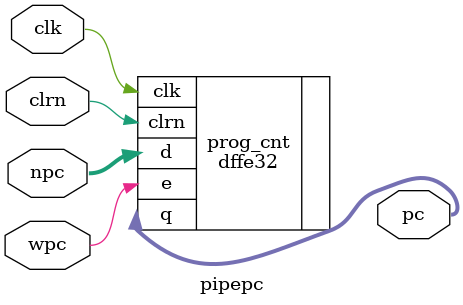
<source format=v>
module pipepc (
    input           clk,
    input           clrn,
    input           wpc,                            // pc write enable
    input   [31:0]  npc,                            // next pc
    output  [31:0]  pc
);
    dffe32 prog_cnt (
        .d(npc),
        .clk(clk),
        .clrn(clrn),
        .e(wpc),
        .q(pc)
    );
endmodule
</source>
